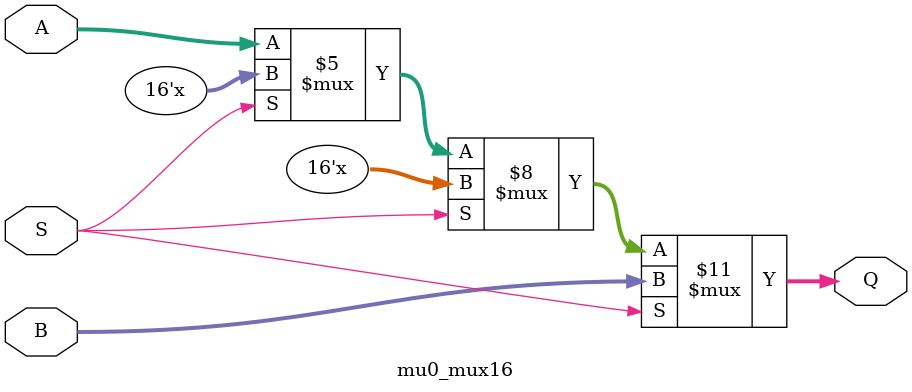
<source format=v>

`timescale 1ns/100ps

// for simulation purposes, do not delete
`default_nettype none

// module definition

module mu0_mux16(input  wire  [15:0] A, 
	             input  wire  [15:0] B, 
			     input  wire         S, 
			     output reg  [15:0]  Q);


// Combinatorial logic for 2to1 multiplexor
// S is select, A channel0, B channel1
always @ (*)
begin
	if (S == 1) Q = B; else if (S == 0) Q = A;
end





endmodule 

// for simulation purposes, do not delete
`default_nettype wire

</source>
